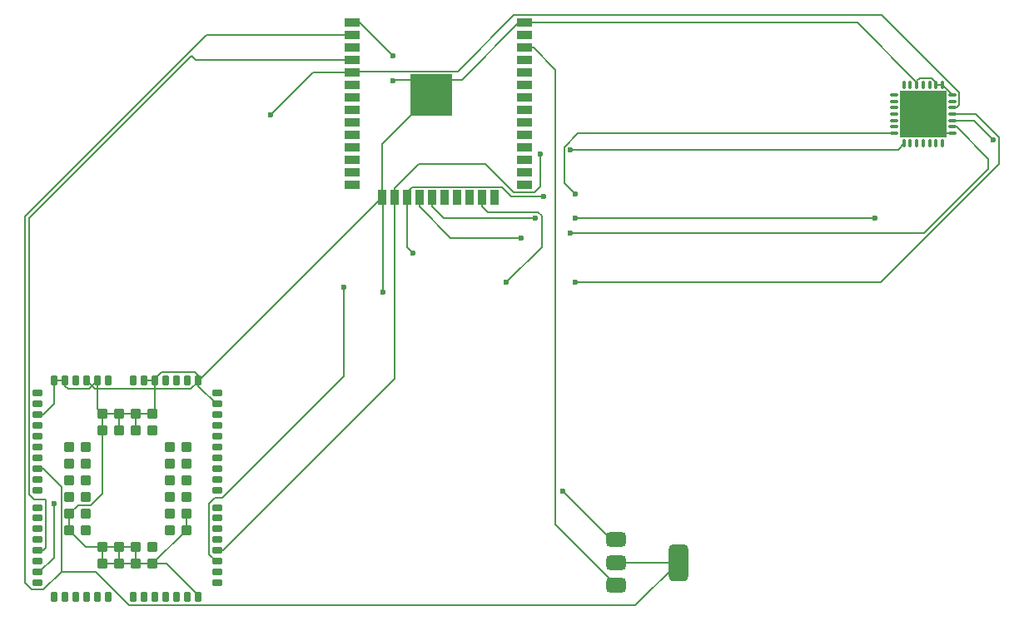
<source format=gbr>
%TF.GenerationSoftware,KiCad,Pcbnew,9.0.0*%
%TF.CreationDate,2025-04-29T11:20:52+05:30*%
%TF.ProjectId,PCB design for IoT-based Street Parking Management,50434220-6465-4736-9967-6e20666f7220,rev?*%
%TF.SameCoordinates,Original*%
%TF.FileFunction,Copper,L1,Top*%
%TF.FilePolarity,Positive*%
%FSLAX46Y46*%
G04 Gerber Fmt 4.6, Leading zero omitted, Abs format (unit mm)*
G04 Created by KiCad (PCBNEW 9.0.0) date 2025-04-29 11:20:52*
%MOMM*%
%LPD*%
G01*
G04 APERTURE LIST*
G04 Aperture macros list*
%AMRoundRect*
0 Rectangle with rounded corners*
0 $1 Rounding radius*
0 $2 $3 $4 $5 $6 $7 $8 $9 X,Y pos of 4 corners*
0 Add a 4 corners polygon primitive as box body*
4,1,4,$2,$3,$4,$5,$6,$7,$8,$9,$2,$3,0*
0 Add four circle primitives for the rounded corners*
1,1,$1+$1,$2,$3*
1,1,$1+$1,$4,$5*
1,1,$1+$1,$6,$7*
1,1,$1+$1,$8,$9*
0 Add four rect primitives between the rounded corners*
20,1,$1+$1,$2,$3,$4,$5,0*
20,1,$1+$1,$4,$5,$6,$7,0*
20,1,$1+$1,$6,$7,$8,$9,0*
20,1,$1+$1,$8,$9,$2,$3,0*%
G04 Aperture macros list end*
%TA.AperFunction,SMDPad,CuDef*%
%ADD10R,1.050000X1.050000*%
%TD*%
%TA.AperFunction,HeatsinkPad*%
%ADD11C,0.600000*%
%TD*%
%TA.AperFunction,HeatsinkPad*%
%ADD12R,4.200000X4.200000*%
%TD*%
%TA.AperFunction,SMDPad,CuDef*%
%ADD13R,1.500000X0.900000*%
%TD*%
%TA.AperFunction,SMDPad,CuDef*%
%ADD14R,0.900000X1.500000*%
%TD*%
%TA.AperFunction,SMDPad,CuDef*%
%ADD15RoundRect,0.375000X-0.625000X-0.375000X0.625000X-0.375000X0.625000X0.375000X-0.625000X0.375000X0*%
%TD*%
%TA.AperFunction,SMDPad,CuDef*%
%ADD16RoundRect,0.500000X-0.500000X-1.400000X0.500000X-1.400000X0.500000X1.400000X-0.500000X1.400000X0*%
%TD*%
%TA.AperFunction,HeatsinkPad*%
%ADD17R,4.800000X4.800000*%
%TD*%
%TA.AperFunction,SMDPad,CuDef*%
%ADD18RoundRect,0.075000X-0.075000X-0.312500X0.075000X-0.312500X0.075000X0.312500X-0.075000X0.312500X0*%
%TD*%
%TA.AperFunction,SMDPad,CuDef*%
%ADD19RoundRect,0.075000X-0.312500X-0.075000X0.312500X-0.075000X0.312500X0.075000X-0.312500X0.075000X0*%
%TD*%
%TA.AperFunction,SMDPad,CuDef*%
%ADD20RoundRect,0.140000X-0.410000X-0.210000X0.410000X-0.210000X0.410000X0.210000X-0.410000X0.210000X0*%
%TD*%
%TA.AperFunction,SMDPad,CuDef*%
%ADD21RoundRect,0.140000X-0.210000X-0.410000X0.210000X-0.410000X0.210000X0.410000X-0.210000X0.410000X0*%
%TD*%
%TA.AperFunction,SMDPad,CuDef*%
%ADD22RoundRect,0.200000X-0.300000X-0.300000X0.300000X-0.300000X0.300000X0.300000X-0.300000X0.300000X0*%
%TD*%
%TA.AperFunction,SMDPad,CuDef*%
%ADD23RoundRect,0.200000X0.300000X-0.300000X0.300000X0.300000X-0.300000X0.300000X-0.300000X-0.300000X0*%
%TD*%
%TA.AperFunction,ViaPad*%
%ADD24C,0.600000*%
%TD*%
%TA.AperFunction,Conductor*%
%ADD25C,0.200000*%
%TD*%
G04 APERTURE END LIST*
D10*
%TO.P,U2,39,GND*%
%TO.N,GND*%
X164427500Y-96475000D03*
D11*
X164427500Y-95712500D03*
D10*
X164427500Y-94950000D03*
D11*
X164427500Y-94187500D03*
D10*
X164427500Y-93425000D03*
D11*
X163665000Y-96475000D03*
X163665000Y-94950000D03*
X163665000Y-93425000D03*
D10*
X162902500Y-96475000D03*
D11*
X162902500Y-95712500D03*
D12*
X162902500Y-94950000D03*
D10*
X162902500Y-94950000D03*
D11*
X162902500Y-94187500D03*
D10*
X162902500Y-93425000D03*
D11*
X162140000Y-96475000D03*
X162140000Y-94950000D03*
X162140000Y-93425000D03*
D10*
X161377500Y-96475000D03*
D11*
X161377500Y-95712500D03*
D10*
X161377500Y-94950000D03*
D11*
X161377500Y-94187500D03*
D10*
X161377500Y-93425000D03*
D13*
%TO.P,U2,38,GND*%
X172332500Y-87610000D03*
%TO.P,U2,37,IO23*%
%TO.N,unconnected-(U2-IO23-Pad37)*%
X172332500Y-88880000D03*
%TO.P,U2,36,IO22*%
%TO.N,/vin*%
X172332500Y-90150000D03*
%TO.P,U2,35,TXD0/IO1*%
%TO.N,unconnected-(U2-TXD0{slash}IO1-Pad35)*%
X172332500Y-91420000D03*
%TO.P,U2,34,RXD0/IO3*%
%TO.N,unconnected-(U2-RXD0{slash}IO3-Pad34)*%
X172332500Y-92690000D03*
%TO.P,U2,33,IO21*%
%TO.N,unconnected-(U2-IO21-Pad33)*%
X172332500Y-93960000D03*
%TO.P,U2,32,NC*%
%TO.N,unconnected-(U2-NC-Pad32)*%
X172332500Y-95230000D03*
%TO.P,U2,31,IO19*%
%TO.N,unconnected-(U2-IO19-Pad31)*%
X172332500Y-96500000D03*
%TO.P,U2,30,IO18*%
%TO.N,unconnected-(U2-IO18-Pad30)*%
X172332500Y-97770000D03*
%TO.P,U2,29,IO5*%
%TO.N,unconnected-(U2-IO5-Pad29)*%
X172332500Y-99040000D03*
%TO.P,U2,28,IO17*%
%TO.N,unconnected-(U2-IO17-Pad28)*%
X172332500Y-100310000D03*
%TO.P,U2,27,IO16*%
%TO.N,unconnected-(U2-IO16-Pad27)*%
X172332500Y-101580000D03*
%TO.P,U2,26,IO4*%
%TO.N,unconnected-(U2-IO4-Pad26)*%
X172332500Y-102850000D03*
%TO.P,U2,25,IO0*%
%TO.N,unconnected-(U2-IO0-Pad25)*%
X172332500Y-104120000D03*
D14*
%TO.P,U2,24,IO2*%
%TO.N,unconnected-(U2-IO2-Pad24)*%
X169302500Y-105370000D03*
%TO.P,U2,23,IO15*%
%TO.N,/mosi*%
X168032500Y-105370000D03*
%TO.P,U2,22,SDI/SD1*%
%TO.N,unconnected-(U2-SDI{slash}SD1-Pad22)*%
X166762500Y-105370000D03*
%TO.P,U2,21,SDO/SD0*%
%TO.N,unconnected-(U2-SDO{slash}SD0-Pad21)*%
X165492500Y-105370000D03*
%TO.P,U2,20,SCK/CLK*%
%TO.N,unconnected-(U2-SCK{slash}CLK-Pad20)*%
X164222500Y-105370000D03*
%TO.P,U2,19,SCS/CMD*%
%TO.N,/miso*%
X162952500Y-105370000D03*
%TO.P,U2,18,SWP/SD3*%
%TO.N,/sck*%
X161682500Y-105370000D03*
%TO.P,U2,17,SHD/SD2*%
%TO.N,/reset*%
X160412500Y-105370000D03*
%TO.P,U2,16,IO13*%
%TO.N,/dio0*%
X159142500Y-105370000D03*
%TO.P,U2,15,GND*%
%TO.N,GND*%
X157872500Y-105370000D03*
D13*
%TO.P,U2,14,IO12*%
%TO.N,/eco*%
X154832500Y-104120000D03*
%TO.P,U2,13,IO14*%
%TO.N,unconnected-(U2-IO14-Pad13)*%
X154832500Y-102850000D03*
%TO.P,U2,12,IO27*%
%TO.N,/trig*%
X154832500Y-101580000D03*
%TO.P,U2,11,IO26*%
%TO.N,unconnected-(U2-IO26-Pad11)*%
X154832500Y-100310000D03*
%TO.P,U2,10,IO25*%
%TO.N,unconnected-(U2-IO25-Pad10)*%
X154832500Y-99040000D03*
%TO.P,U2,9,IO33*%
%TO.N,unconnected-(U2-IO33-Pad9)*%
X154832500Y-97770000D03*
%TO.P,U2,8,IO32*%
%TO.N,unconnected-(U2-IO32-Pad8)*%
X154832500Y-96500000D03*
%TO.P,U2,7,IO35*%
%TO.N,unconnected-(U2-IO35-Pad7)*%
X154832500Y-95230000D03*
%TO.P,U2,6,IO34*%
%TO.N,unconnected-(U2-IO34-Pad6)*%
X154832500Y-93960000D03*
%TO.P,U2,5,SENSOR_VN*%
%TO.N,/nss*%
X154832500Y-92690000D03*
%TO.P,U2,4,SENSOR_VP*%
%TO.N,/pwrket*%
X154832500Y-91420000D03*
%TO.P,U2,3,EN*%
%TO.N,unconnected-(U2-EN-Pad3)*%
X154832500Y-90150000D03*
%TO.P,U2,2,VDD*%
%TO.N,+12V*%
X154832500Y-88880000D03*
%TO.P,U2,1,GND*%
%TO.N,GND*%
X154832500Y-87610000D03*
%TD*%
D15*
%TO.P,U6,3,VI*%
%TO.N,/vin*%
X181700000Y-144800000D03*
D16*
%TO.P,U6,2,VO*%
%TO.N,+12V*%
X188000000Y-142500000D03*
D15*
X181700000Y-142500000D03*
%TO.P,U6,1,ADJ*%
%TO.N,GND*%
X181700000Y-140200000D03*
%TD*%
D17*
%TO.P,U3,29,GND*%
%TO.N,GND*%
X212900000Y-96900000D03*
D18*
%TO.P,U3,28,RFO_LF*%
%TO.N,unconnected-(U3-RFO_LF-Pad28)*%
X210950000Y-93912500D03*
%TO.P,U3,27,PA_BOOST*%
%TO.N,unconnected-(U3-PA_BOOST-Pad27)*%
X211600000Y-93912500D03*
%TO.P,U3,26,GND*%
%TO.N,GND*%
X212250000Y-93912500D03*
%TO.P,U3,25,VR_PA*%
%TO.N,unconnected-(U3-VR_PA-Pad25)*%
X212900000Y-93912500D03*
%TO.P,U3,24,VBAT_RF*%
%TO.N,unconnected-(U3-VBAT_RF-Pad24)*%
X213550000Y-93912500D03*
%TO.P,U3,23,GND*%
%TO.N,GND*%
X214200000Y-93912500D03*
%TO.P,U3,22,GND*%
X214850000Y-93912500D03*
D19*
%TO.P,U3,21,GND*%
X215887500Y-94950000D03*
%TO.P,U3,20,RXTX/RF_MOD*%
%TO.N,unconnected-(U3-RXTX{slash}RF_MOD-Pad20)*%
X215887500Y-95600000D03*
%TO.P,U3,19,NSS*%
%TO.N,/nss*%
X215887500Y-96250000D03*
%TO.P,U3,18,MOSI*%
%TO.N,/mosi*%
X215887500Y-96900000D03*
%TO.P,U3,17,MISO*%
%TO.N,/miso*%
X215887500Y-97550000D03*
%TO.P,U3,16,SCK*%
%TO.N,/sck*%
X215887500Y-98200000D03*
%TO.P,U3,15,GND*%
%TO.N,GND*%
X215887500Y-98850000D03*
D18*
%TO.P,U3,14,VBAT_DIG*%
%TO.N,unconnected-(U3-VBAT_DIG-Pad14)*%
X214850000Y-99887500D03*
%TO.P,U3,13,DIO5*%
%TO.N,unconnected-(U3-DIO5-Pad13)*%
X214200000Y-99887500D03*
%TO.P,U3,12,DIO4*%
%TO.N,unconnected-(U3-DIO4-Pad12)*%
X213550000Y-99887500D03*
%TO.P,U3,11,DIO3*%
%TO.N,unconnected-(U3-DIO3-Pad11)*%
X212900000Y-99887500D03*
%TO.P,U3,10,DIO2*%
%TO.N,unconnected-(U3-DIO2-Pad10)*%
X212250000Y-99887500D03*
%TO.P,U3,9,DIO1*%
%TO.N,unconnected-(U3-DIO1-Pad9)*%
X211600000Y-99887500D03*
%TO.P,U3,8,DIO0*%
%TO.N,/dio0*%
X210950000Y-99887500D03*
D19*
%TO.P,U3,7,~{RESET}*%
%TO.N,/reset*%
X209912500Y-98850000D03*
%TO.P,U3,6,XTB*%
%TO.N,unconnected-(U3-XTB-Pad6)*%
X209912500Y-98200000D03*
%TO.P,U3,5,XTA*%
%TO.N,unconnected-(U3-XTA-Pad5)*%
X209912500Y-97550000D03*
%TO.P,U3,4,VR_DIG*%
%TO.N,unconnected-(U3-VR_DIG-Pad4)*%
X209912500Y-96900000D03*
%TO.P,U3,3,VBAT_ANA*%
%TO.N,unconnected-(U3-VBAT_ANA-Pad3)*%
X209912500Y-96250000D03*
%TO.P,U3,2,VR_ANA*%
%TO.N,unconnected-(U3-VR_ANA-Pad2)*%
X209912500Y-95600000D03*
%TO.P,U3,1,RFI_LF*%
%TO.N,unconnected-(U3-RFI_LF-Pad1)*%
X209912500Y-94950000D03*
%TD*%
D20*
%TO.P,U1,1,PSM_IND*%
%TO.N,unconnected-(U1-PSM_IND-Pad1)*%
X122850000Y-125300000D03*
%TO.P,U1,2,ADC1*%
%TO.N,unconnected-(U1-ADC1-Pad2)*%
X122850000Y-126400000D03*
%TO.P,U1,3,GND*%
%TO.N,GND*%
X122850000Y-127500000D03*
%TO.P,U1,4,GPIO1*%
%TO.N,unconnected-(U1-GPIO1-Pad4)*%
X122850000Y-128600000D03*
%TO.P,U1,5,GPIO2*%
%TO.N,unconnected-(U1-GPIO2-Pad5)*%
X122850000Y-129700000D03*
%TO.P,U1,6,GPIO3*%
%TO.N,unconnected-(U1-GPIO3-Pad6)*%
X122850000Y-130800000D03*
%TO.P,U1,7,GPIO4*%
%TO.N,unconnected-(U1-GPIO4-Pad7)*%
X122850000Y-131900000D03*
%TO.P,U1,8,VBUS*%
%TO.N,+12V*%
X122850000Y-133000000D03*
%TO.P,U1,9,USB_DP*%
%TO.N,unconnected-(U1-USB_DP-Pad9)*%
X122850000Y-134100000D03*
%TO.P,U1,10,USB_DM*%
%TO.N,unconnected-(U1-USB_DM-Pad10)*%
X122850000Y-135200000D03*
%TO.P,U1,11,RESERVED*%
%TO.N,unconnected-(U1-RESERVED-Pad11)*%
X122850000Y-136900000D03*
%TO.P,U1,12,RESERVED*%
%TO.N,unconnected-(U1-RESERVED-Pad12)*%
X122850000Y-138000000D03*
%TO.P,U1,13,RESERVED*%
%TO.N,unconnected-(U1-RESERVED-Pad13)*%
X122850000Y-139100000D03*
%TO.P,U1,14,RESERVED*%
%TO.N,unconnected-(U1-RESERVED-Pad14)*%
X122850000Y-140200000D03*
%TO.P,U1,15,PWRKEY*%
%TO.N,/pwrket*%
X122850000Y-141300000D03*
%TO.P,U1,16,RESERVED*%
%TO.N,unconnected-(U1-RESERVED-Pad16)*%
X122850000Y-142400000D03*
%TO.P,U1,17,~{RESET}*%
%TO.N,/nss*%
X122850000Y-143500000D03*
%TO.P,U1,18,GPIO5*%
%TO.N,unconnected-(U1-GPIO5-Pad18)*%
X122850000Y-144600000D03*
D21*
%TO.P,U1,19,GPIO6*%
%TO.N,unconnected-(U1-GPIO6-Pad19)*%
X124550000Y-146000000D03*
%TO.P,U1,20,STATUS*%
%TO.N,unconnected-(U1-STATUS-Pad20)*%
X125650000Y-146000000D03*
%TO.P,U1,21,NET_STATUS*%
%TO.N,unconnected-(U1-NET_STATUS-Pad21)*%
X126750000Y-146000000D03*
%TO.P,U1,22,GPIO7*%
%TO.N,unconnected-(U1-GPIO7-Pad22)*%
X127850000Y-146000000D03*
%TO.P,U1,23,GPIO8*%
%TO.N,unconnected-(U1-GPIO8-Pad23)*%
X128950000Y-146000000D03*
%TO.P,U1,24,ADC0*%
%TO.N,unconnected-(U1-ADC0-Pad24)*%
X130050000Y-146000000D03*
%TO.P,U1,25,GPIO9*%
%TO.N,unconnected-(U1-GPIO9-Pad25)*%
X132550000Y-146000000D03*
%TO.P,U1,26,GPIO10*%
%TO.N,unconnected-(U1-GPIO10-Pad26)*%
X133650000Y-146000000D03*
%TO.P,U1,27,GPIO11*%
%TO.N,unconnected-(U1-GPIO11-Pad27)*%
X134750000Y-146000000D03*
%TO.P,U1,28,GPIO12*%
%TO.N,unconnected-(U1-GPIO12-Pad28)*%
X135850000Y-146000000D03*
%TO.P,U1,29,VDD_EXT*%
%TO.N,unconnected-(U1-VDD_EXT-Pad29)*%
X136950000Y-146000000D03*
%TO.P,U1,30,MAIN_DTR*%
%TO.N,unconnected-(U1-MAIN_DTR-Pad30)*%
X138050000Y-146000000D03*
%TO.P,U1,31,GND*%
%TO.N,GND*%
X139150000Y-146000000D03*
D20*
%TO.P,U1,32,VBAT_BB*%
%TO.N,unconnected-(U1-VBAT_BB-Pad32)_1*%
X141150000Y-144600000D03*
%TO.P,U1,33,VBAT_BB*%
%TO.N,unconnected-(U1-VBAT_BB-Pad32)*%
X141150000Y-143500000D03*
%TO.P,U1,34,MAIN_RXD*%
%TO.N,/reset*%
X141150000Y-142400000D03*
%TO.P,U1,35,MAIN_TXD*%
%TO.N,/dio0*%
X141150000Y-141300000D03*
%TO.P,U1,36,MAIN_CTS*%
%TO.N,unconnected-(U1-MAIN_CTS-Pad36)*%
X141150000Y-140200000D03*
%TO.P,U1,37,MAIN_RTS*%
%TO.N,unconnected-(U1-MAIN_RTS-Pad37)*%
X141150000Y-139100000D03*
%TO.P,U1,38,MAIN_DCD*%
%TO.N,unconnected-(U1-MAIN_DCD-Pad38)*%
X141150000Y-138000000D03*
%TO.P,U1,39,MAIN_RI*%
%TO.N,unconnected-(U1-MAIN_RI-Pad39)*%
X141150000Y-136900000D03*
%TO.P,U1,40,GPIO13*%
%TO.N,unconnected-(U1-GPIO13-Pad40)*%
X141150000Y-135200000D03*
%TO.P,U1,41,GPIO14*%
%TO.N,unconnected-(U1-GPIO14-Pad41)*%
X141150000Y-134100000D03*
%TO.P,U1,42,USIM_DET*%
%TO.N,unconnected-(U1-USIM_DET-Pad42)*%
X141150000Y-133000000D03*
%TO.P,U1,43,USIM_VDD*%
%TO.N,unconnected-(U1-USIM_VDD-Pad43)*%
X141150000Y-131900000D03*
%TO.P,U1,44,USIM_RST*%
%TO.N,unconnected-(U1-USIM_RST-Pad44)*%
X141150000Y-130800000D03*
%TO.P,U1,45,USIM_DATA*%
%TO.N,unconnected-(U1-USIM_DATA-Pad45)*%
X141150000Y-129700000D03*
%TO.P,U1,46,USIM_CLK*%
%TO.N,unconnected-(U1-USIM_CLK-Pad46)*%
X141150000Y-128600000D03*
%TO.P,U1,47,USIM_GND*%
%TO.N,unconnected-(U1-USIM_GND-Pad47)*%
X141150000Y-127500000D03*
%TO.P,U1,48,GND*%
%TO.N,GND*%
X141150000Y-126400000D03*
%TO.P,U1,49,ANT_GNSS*%
%TO.N,unconnected-(U1-ANT_GNSS-Pad49)*%
X141150000Y-125300000D03*
D21*
%TO.P,U1,50,GND*%
%TO.N,GND*%
X139150000Y-124000000D03*
%TO.P,U1,51,RESERVED*%
%TO.N,unconnected-(U1-RESERVED-Pad51)*%
X138050000Y-124000000D03*
%TO.P,U1,52,VBAT_RF*%
%TO.N,unconnected-(U1-VBAT_RF-Pad52)_1*%
X136950000Y-124000000D03*
%TO.P,U1,53,VBAT_RF*%
%TO.N,unconnected-(U1-VBAT_RF-Pad52)*%
X135850000Y-124000000D03*
%TO.P,U1,54,GND*%
%TO.N,GND*%
X134750000Y-124000000D03*
%TO.P,U1,55,GND*%
X133650000Y-124000000D03*
%TO.P,U1,56,ANT_WIFI*%
%TO.N,unconnected-(U1-ANT_WIFI-Pad56)*%
X132550000Y-124000000D03*
%TO.P,U1,57,RESERVED*%
%TO.N,unconnected-(U1-RESERVED-Pad57)*%
X130050000Y-124000000D03*
%TO.P,U1,58,GND*%
%TO.N,GND*%
X128950000Y-124000000D03*
%TO.P,U1,59,GND*%
X127850000Y-124000000D03*
%TO.P,U1,60,ANT_MAIN*%
%TO.N,unconnected-(U1-ANT_MAIN-Pad60)*%
X126750000Y-124000000D03*
%TO.P,U1,61,GND*%
%TO.N,GND*%
X125650000Y-124000000D03*
%TO.P,U1,62,GND*%
X124550000Y-124000000D03*
D22*
%TO.P,U1,63,RESERVED*%
%TO.N,unconnected-(U1-RESERVED-Pad63)*%
X126050000Y-130750000D03*
%TO.P,U1,64,GPIO15*%
%TO.N,unconnected-(U1-GPIO15-Pad64)*%
X126050000Y-132450000D03*
%TO.P,U1,65,GPIO16*%
%TO.N,unconnected-(U1-GPIO16-Pad65)*%
X126050000Y-134150000D03*
%TO.P,U1,66,GPIO17*%
%TO.N,unconnected-(U1-GPIO17-Pad66)*%
X126050000Y-135850000D03*
%TO.P,U1,67,GND*%
%TO.N,GND*%
X126050000Y-137550000D03*
%TO.P,U1,68,GND*%
X126050000Y-139250000D03*
D23*
%TO.P,U1,69,GND*%
X129450000Y-142650000D03*
%TO.P,U1,70,GND*%
X131150000Y-142650000D03*
%TO.P,U1,71,GND*%
X132850000Y-142650000D03*
%TO.P,U1,72,GND*%
X134550000Y-142650000D03*
D22*
%TO.P,U1,73,GND*%
X137950000Y-139250000D03*
%TO.P,U1,74,GND*%
X137950000Y-137550000D03*
%TO.P,U1,75,USB_BOOT*%
%TO.N,unconnected-(U1-USB_BOOT-Pad75)*%
X137950000Y-135850000D03*
%TO.P,U1,76,RESERVED*%
%TO.N,unconnected-(U1-RESERVED-Pad76)*%
X137950000Y-134150000D03*
%TO.P,U1,77,RESERVED*%
%TO.N,unconnected-(U1-RESERVED-Pad77)*%
X137950000Y-132450000D03*
%TO.P,U1,78,RESERVED*%
%TO.N,unconnected-(U1-RESERVED-Pad78)*%
X137950000Y-130750000D03*
D23*
%TO.P,U1,79,GND*%
%TO.N,GND*%
X134550000Y-127350000D03*
%TO.P,U1,80,GND*%
X132850000Y-127350000D03*
%TO.P,U1,81,GND*%
X131150000Y-127350000D03*
%TO.P,U1,82,GND*%
X129450000Y-127350000D03*
D22*
%TO.P,U1,83,GRFC1*%
%TO.N,unconnected-(U1-GRFC1-Pad83)*%
X127750000Y-130750000D03*
%TO.P,U1,84,GRFC2*%
%TO.N,unconnected-(U1-GRFC2-Pad84)*%
X127750000Y-132450000D03*
%TO.P,U1,85,GPIO18*%
%TO.N,unconnected-(U1-GPIO18-Pad85)*%
X127750000Y-134150000D03*
%TO.P,U1,86,GPIO19*%
%TO.N,unconnected-(U1-GPIO19-Pad86)*%
X127750000Y-135850000D03*
%TO.P,U1,87,GPIO20*%
%TO.N,unconnected-(U1-GPIO20-Pad87)*%
X127750000Y-137550000D03*
%TO.P,U1,88,GPIO21*%
%TO.N,unconnected-(U1-GPIO21-Pad88)*%
X127750000Y-139250000D03*
D23*
%TO.P,U1,89,GND*%
%TO.N,GND*%
X129450000Y-140950000D03*
%TO.P,U1,90,GND*%
X131150000Y-140950000D03*
%TO.P,U1,91,GND*%
X132850000Y-140950000D03*
%TO.P,U1,92,RESERVED*%
%TO.N,unconnected-(U1-RESERVED-Pad92)*%
X134550000Y-140950000D03*
D22*
%TO.P,U1,93,RESERVED*%
%TO.N,unconnected-(U1-RESERVED-Pad93)*%
X136250000Y-139250000D03*
%TO.P,U1,94,RESERVED*%
%TO.N,unconnected-(U1-RESERVED-Pad94)*%
X136250000Y-137550000D03*
%TO.P,U1,95,RESERVED*%
%TO.N,unconnected-(U1-RESERVED-Pad95)*%
X136250000Y-135850000D03*
%TO.P,U1,96,PON_TRIG*%
%TO.N,unconnected-(U1-PON_TRIG-Pad96)*%
X136250000Y-134150000D03*
%TO.P,U1,97,RESERVED*%
%TO.N,unconnected-(U1-RESERVED-Pad97)*%
X136250000Y-132450000D03*
%TO.P,U1,98,RESERVED*%
%TO.N,unconnected-(U1-RESERVED-Pad98)*%
X136250000Y-130750000D03*
D23*
%TO.P,U1,99,RESERVED*%
%TO.N,unconnected-(U1-RESERVED-Pad99)*%
X134550000Y-129050000D03*
%TO.P,U1,100,GND*%
%TO.N,GND*%
X132850000Y-129050000D03*
%TO.P,U1,101,GND*%
X131150000Y-129050000D03*
%TO.P,U1,102,GND*%
X129450000Y-129050000D03*
%TD*%
D24*
%TO.N,/mosi*%
X177500000Y-114000000D03*
%TO.N,/miso*%
X220000000Y-99500000D03*
X208000000Y-107500000D03*
%TO.N,/sck*%
X177000000Y-109000000D03*
%TO.N,/miso*%
X177500000Y-107500000D03*
%TO.N,/reset*%
X177500000Y-105000000D03*
%TO.N,/dio0*%
X177000000Y-100500000D03*
%TO.N,/mosi*%
X170500000Y-114000000D03*
%TO.N,/miso*%
X173500000Y-107500000D03*
X173500000Y-107500000D03*
X173500000Y-107500000D03*
%TO.N,/sck*%
X172000000Y-109500000D03*
%TO.N,/reset*%
X174272000Y-105272000D03*
%TO.N,/dio0*%
X174000000Y-101000000D03*
%TO.N,GND*%
X159000000Y-91000000D03*
X159000000Y-93500000D03*
%TO.N,/reset*%
X161000000Y-111000000D03*
X154000000Y-114500000D03*
%TO.N,GND*%
X176250000Y-135250000D03*
X158000000Y-115000000D03*
%TO.N,/nss*%
X146500000Y-97000000D03*
X124500000Y-136500000D03*
%TD*%
D25*
%TO.N,/mosi*%
X218249943Y-96900000D02*
X215887500Y-96900000D01*
X220601000Y-99251057D02*
X218249943Y-96900000D01*
X220601000Y-101966100D02*
X220601000Y-99251057D01*
X208567100Y-114000000D02*
X220601000Y-101966100D01*
X177500000Y-114000000D02*
X208567100Y-114000000D01*
%TO.N,/miso*%
X218050000Y-97550000D02*
X215887500Y-97550000D01*
X220000000Y-99500000D02*
X218050000Y-97550000D01*
X208000000Y-107500000D02*
X208158824Y-107500000D01*
%TO.N,/sck*%
X216274999Y-98200000D02*
X215887500Y-98200000D01*
X219500000Y-101425001D02*
X216274999Y-98200000D01*
X219500000Y-102500000D02*
X219500000Y-101425001D01*
X213000000Y-109000000D02*
X219500000Y-102500000D01*
X177000000Y-109000000D02*
X213000000Y-109000000D01*
%TO.N,/miso*%
X177500000Y-107500000D02*
X208000000Y-107500000D01*
%TO.N,/reset*%
X177800057Y-98850000D02*
X209912500Y-98850000D01*
X176399000Y-103899000D02*
X176399000Y-100251057D01*
X176399000Y-100251057D02*
X177800057Y-98850000D01*
X177500000Y-105000000D02*
X176399000Y-103899000D01*
%TO.N,/dio0*%
X210337500Y-100500000D02*
X210950000Y-99887500D01*
X177000000Y-100500000D02*
X210337500Y-100500000D01*
%TO.N,/mosi*%
X174101000Y-110399000D02*
X170500000Y-114000000D01*
X174101000Y-107251057D02*
X174101000Y-110399000D01*
X173748943Y-106899000D02*
X174101000Y-107251057D01*
X168611500Y-106899000D02*
X173748943Y-106899000D01*
X168032500Y-106320000D02*
X168611500Y-106899000D01*
X168032500Y-105370000D02*
X168032500Y-106320000D01*
%TO.N,/miso*%
X172500000Y-107500000D02*
X173500000Y-107500000D01*
X164132500Y-107500000D02*
X172500000Y-107500000D01*
X162952500Y-106320000D02*
X164132500Y-107500000D01*
X162952500Y-105370000D02*
X162952500Y-106320000D01*
%TO.N,/sck*%
X164862500Y-109500000D02*
X172000000Y-109500000D01*
X161682500Y-106320000D02*
X164862500Y-109500000D01*
X161682500Y-105370000D02*
X161682500Y-106320000D01*
%TO.N,/reset*%
X171006500Y-105272000D02*
X174272000Y-105272000D01*
X170053500Y-104319000D02*
X171006500Y-105272000D01*
X160412500Y-104838000D02*
X160931500Y-104319000D01*
X160931500Y-104319000D02*
X170053500Y-104319000D01*
X160412500Y-105370000D02*
X160412500Y-104838000D01*
%TO.N,/dio0*%
X174000000Y-102000000D02*
X174000000Y-101000000D01*
X174000000Y-104254500D02*
X174000000Y-102000000D01*
X171281500Y-104871000D02*
X173383500Y-104871000D01*
X168410500Y-102000000D02*
X171281500Y-104871000D01*
X161562500Y-102000000D02*
X168410500Y-102000000D01*
X159142500Y-105370000D02*
X159142500Y-104420000D01*
X159142500Y-104420000D02*
X161562500Y-102000000D01*
X173383500Y-104871000D02*
X174000000Y-104254500D01*
%TO.N,GND*%
X155610000Y-87610000D02*
X159000000Y-91000000D01*
X154832500Y-87610000D02*
X155610000Y-87610000D01*
X159075000Y-93425000D02*
X159000000Y-93500000D01*
X161377500Y-93425000D02*
X159075000Y-93425000D01*
X171800500Y-87610000D02*
X172332500Y-87610000D01*
X165985500Y-93425000D02*
X171800500Y-87610000D01*
X164427500Y-93425000D02*
X165985500Y-93425000D01*
X212250000Y-93641176D02*
X212250000Y-93912500D01*
X172332500Y-87610000D02*
X206218824Y-87610000D01*
X206218824Y-87610000D02*
X212250000Y-93641176D01*
%TO.N,/vin*%
X173282500Y-90150000D02*
X172332500Y-90150000D01*
X175500000Y-92367500D02*
X173282500Y-90150000D01*
X175500000Y-138600000D02*
X181700000Y-144800000D01*
X175500000Y-92367500D02*
X175500000Y-138600000D01*
%TO.N,+12V*%
X181700000Y-142500000D02*
X188000000Y-142500000D01*
%TO.N,/reset*%
X160412500Y-110412500D02*
X160412500Y-105370000D01*
X161000000Y-111000000D02*
X160412500Y-110412500D01*
X154000000Y-115000000D02*
X154000000Y-114500000D01*
X154000000Y-123597550D02*
X154000000Y-115000000D01*
X141664651Y-135932899D02*
X154000000Y-123597550D01*
X140869551Y-135932899D02*
X141664651Y-135932899D01*
X140299000Y-141696550D02*
X140299000Y-136503450D01*
X140299000Y-136503450D02*
X140869551Y-135932899D01*
X141150000Y-142400000D02*
X141002450Y-142400000D01*
X141002450Y-142400000D02*
X140299000Y-141696550D01*
%TO.N,+12V*%
X128751000Y-143448550D02*
X125249000Y-143448550D01*
X132153450Y-146851000D02*
X128751000Y-143448550D01*
X183649000Y-146851000D02*
X132153450Y-146851000D01*
X188000000Y-142500000D02*
X183649000Y-146851000D01*
%TO.N,GND*%
X181200000Y-140200000D02*
X181700000Y-140200000D01*
X176250000Y-135250000D02*
X181200000Y-140200000D01*
X158000000Y-105497500D02*
X158000000Y-115000000D01*
X157872500Y-105370000D02*
X158000000Y-105497500D01*
X139242500Y-124000000D02*
X157872500Y-105370000D01*
X139150000Y-124000000D02*
X139242500Y-124000000D01*
X128701000Y-124851000D02*
X127850000Y-124000000D01*
X138446550Y-124851000D02*
X128701000Y-124851000D01*
X139150000Y-124000000D02*
X139150000Y-124147550D01*
X139150000Y-124147550D02*
X138446550Y-124851000D01*
X214850000Y-98850000D02*
X212900000Y-96900000D01*
X215887500Y-98850000D02*
X214850000Y-98850000D01*
X212551001Y-93224000D02*
X212250000Y-93525001D01*
X212250000Y-93525001D02*
X212250000Y-93912500D01*
X213782824Y-93224000D02*
X212551001Y-93224000D01*
X214200000Y-93641176D02*
X213782824Y-93224000D01*
X214200000Y-93912500D02*
X214200000Y-93641176D01*
X214850000Y-93912500D02*
X214200000Y-93912500D01*
X214850000Y-93912500D02*
X215887500Y-94950000D01*
%TO.N,/nss*%
X216274999Y-96250000D02*
X215887500Y-96250000D01*
X216576000Y-95948999D02*
X216274999Y-96250000D01*
X216576000Y-94717176D02*
X216576000Y-95948999D01*
X208717824Y-86859000D02*
X216576000Y-94717176D01*
X154973500Y-92549000D02*
X165591500Y-92549000D01*
X154832500Y-92690000D02*
X154973500Y-92549000D01*
X165591500Y-92549000D02*
X171281500Y-86859000D01*
X171281500Y-86859000D02*
X208717824Y-86859000D01*
%TO.N,GND*%
X157872500Y-99980000D02*
X161377500Y-96475000D01*
X157872500Y-105370000D02*
X157872500Y-99980000D01*
%TO.N,/nss*%
X146500000Y-97000000D02*
X150810000Y-92690000D01*
X150810000Y-92690000D02*
X154832500Y-92690000D01*
X124500000Y-141997550D02*
X124500000Y-136500000D01*
X122997550Y-143500000D02*
X124500000Y-141997550D01*
X122850000Y-143500000D02*
X122997550Y-143500000D01*
%TO.N,+12V*%
X140052900Y-88880000D02*
X154832500Y-88880000D01*
X121598000Y-144595550D02*
X121598000Y-107334900D01*
X122253450Y-145251000D02*
X121598000Y-144595550D01*
X123446550Y-145251000D02*
X122253450Y-145251000D01*
X125249000Y-143448550D02*
X123446550Y-145251000D01*
X125249000Y-134849001D02*
X125249000Y-143448550D01*
X121598000Y-107334900D02*
X140052900Y-88880000D01*
X123399999Y-133000000D02*
X125249000Y-134849001D01*
X122850000Y-133000000D02*
X123399999Y-133000000D01*
%TO.N,/dio0*%
X141699999Y-141300000D02*
X159142500Y-123857499D01*
X159142500Y-123857499D02*
X159142500Y-105370000D01*
X141150000Y-141300000D02*
X141699999Y-141300000D01*
%TO.N,/pwrket*%
X138920000Y-91420000D02*
X154832500Y-91420000D01*
X138500000Y-91000000D02*
X138920000Y-91420000D01*
X121999000Y-135596550D02*
X121999000Y-107501000D01*
X122507900Y-136105450D02*
X121999000Y-135596550D01*
X123701000Y-140998999D02*
X123701000Y-136105450D01*
X123701000Y-136105450D02*
X122507900Y-136105450D01*
X123399999Y-141300000D02*
X123701000Y-140998999D01*
X121999000Y-107501000D02*
X138500000Y-91000000D01*
X122850000Y-141300000D02*
X123399999Y-141300000D01*
%TO.N,GND*%
X123399999Y-127500000D02*
X124550000Y-126349999D01*
X124550000Y-126349999D02*
X124550000Y-124000000D01*
X122850000Y-127500000D02*
X123399999Y-127500000D01*
X125650000Y-124000000D02*
X124550000Y-124000000D01*
X125650000Y-124549999D02*
X125650000Y-124000000D01*
X128099000Y-124851000D02*
X125951001Y-124851000D01*
X125951001Y-124851000D02*
X125650000Y-124549999D01*
X128950000Y-124000000D02*
X128099000Y-124851000D01*
X128950000Y-126850000D02*
X129450000Y-127350000D01*
X128950000Y-124000000D02*
X128950000Y-126850000D01*
X129450000Y-127350000D02*
X129450000Y-129050000D01*
X131150000Y-127350000D02*
X131150000Y-129050000D01*
X132850000Y-127350000D02*
X132850000Y-129050000D01*
X132850000Y-127350000D02*
X134550000Y-127350000D01*
X131150000Y-127350000D02*
X132850000Y-127350000D01*
X129450000Y-127350000D02*
X131150000Y-127350000D01*
X134750000Y-124000000D02*
X133650000Y-124000000D01*
X134750000Y-127150000D02*
X134550000Y-127350000D01*
X134750000Y-124000000D02*
X134750000Y-127150000D01*
X134750000Y-123852450D02*
X134750000Y-124000000D01*
X139150000Y-123450001D02*
X138848999Y-123149000D01*
X135453450Y-123149000D02*
X134750000Y-123852450D01*
X139150000Y-124000000D02*
X139150000Y-123450001D01*
X138848999Y-123149000D02*
X135453450Y-123149000D01*
X139150000Y-124000000D02*
X139150000Y-124549999D01*
X139150000Y-124549999D02*
X141000001Y-126400000D01*
X141000001Y-126400000D02*
X141150000Y-126400000D01*
X137950000Y-139250000D02*
X137950000Y-137550000D01*
X129450000Y-135464064D02*
X129450000Y-129050000D01*
X128263064Y-136651000D02*
X129450000Y-135464064D01*
X126949000Y-136651000D02*
X128263064Y-136651000D01*
X126050000Y-137550000D02*
X126949000Y-136651000D01*
X126050000Y-139250000D02*
X126050000Y-137550000D01*
X126050000Y-139250000D02*
X127750000Y-140950000D01*
X127750000Y-140950000D02*
X129450000Y-140950000D01*
X139150000Y-145852450D02*
X139150000Y-146000000D01*
X134550000Y-142650000D02*
X135947550Y-142650000D01*
X135947550Y-142650000D02*
X139150000Y-145852450D01*
X134550000Y-142650000D02*
X137950000Y-139250000D01*
X129450000Y-140950000D02*
X129450000Y-142650000D01*
X129450000Y-140950000D02*
X132850000Y-140950000D01*
X131150000Y-140950000D02*
X131150000Y-142650000D01*
X129450000Y-142650000D02*
X131150000Y-142650000D01*
X129500000Y-142500000D02*
X129450000Y-142550000D01*
X129450000Y-142650000D02*
X129450000Y-142550000D01*
X131150000Y-142650000D02*
X132850000Y-142650000D01*
X132850000Y-142650000D02*
X134550000Y-142650000D01*
X132850000Y-140950000D02*
X132850000Y-142650000D01*
X129500000Y-141000000D02*
X129450000Y-140950000D01*
%TD*%
M02*

</source>
